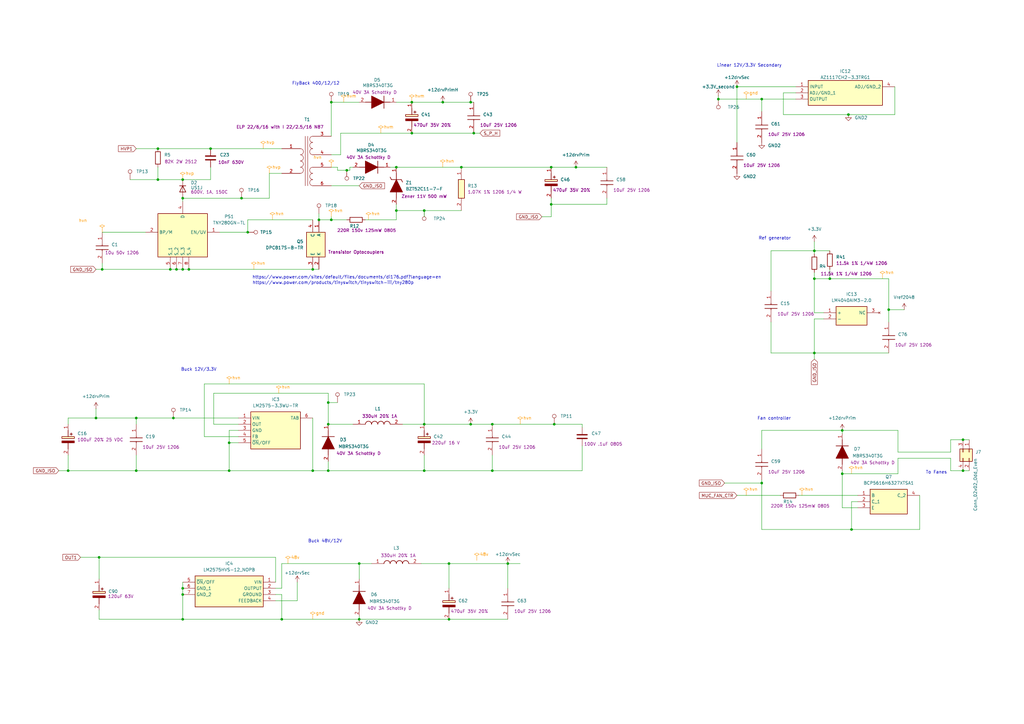
<source format=kicad_sch>
(kicad_sch (version 20250114) (generator "eeschema") (generator_version "9.0")
  (paper "A3")
  (title_block (title "LLC 400V/48V 1200W 100kHz") (date "2025-10-14") (rev "5") (company "Abdelaziz BOUZIANI"))
  (text "Buck 12V/3.3V" (at 81.534 151.638 0) (effects (font (size 1.27 1.27))))
  (text "To Fanes\n" (at 384.048 193.802 0) (effects (font (size 1.27 1.27))))
  (text "Buck 48V/12V" (at 133.35 221.996 0) (effects (font (size 1.27 1.27))))
  (text "https://www.power.com/sites/default/files/documents/di176.pdf?language=en" (at 142.24 113.792 0) (effects (font (size 1.27 1.27))))
  (text "Linear 12V/3.3V Secondary\n" (at 307.34 26.924 0) (effects (font (size 1.27 1.27))))
  (text "Fan controller" (at 317.5 171.704 0) (effects (font (size 1.27 1.27))))
  (text "https://www.power.com/products/tinyswitch/tinyswitch-iii/tny280p" (at 136.652 116.078 0) (effects (font (size 1.27 1.27))))
  (text "Ref generator" (at 317.754 97.79 0) (effects (font (size 1.27 1.27))))
  (text "FlyBack 400/12/12" (at 129.54 34.29 0) (effects (font (size 1.27 1.27))))
  (junction (at 93.98 181.61))
  (junction (at 74.93 110.49))
  (junction (at 168.91 41.91))
  (junction (at 208.28 231.14))
  (junction (at 128.27 193.04))
  (junction (at 394.97 193.04))
  (junction (at 77.47 110.49))
  (junction (at 226.06 68.58))
  (junction (at 74.93 243.84))
  (junction (at 64.77 73.66))
  (junction (at 128.27 110.49))
  (junction (at 302.26 35.56))
  (junction (at 101.6 95.25))
  (junction (at 349.25 217.17))
  (junction (at 201.93 193.04))
  (junction (at 39.37 171.45))
  (junction (at 130.81 90.17))
  (junction (at 334.01 102.87))
  (junction (at 142.24 69.85))
  (junction (at 147.32 231.14))
  (junction (at 181.61 41.91))
  (junction (at 347.98 46.99))
  (junction (at 74.93 254))
  (junction (at 134.62 173.99))
  (junction (at 201.93 173.99))
  (junction (at 162.56 86.36))
  (junction (at 236.22 68.58))
  (junction (at 74.93 81.28))
  (junction (at 71.12 171.45))
  (junction (at 189.23 68.58))
  (junction (at 173.99 86.36))
  (junction (at 194.31 54.61))
  (junction (at 134.62 193.04))
  (junction (at 345.44 176.53))
  (junction (at 173.99 193.04))
  (junction (at 72.39 110.49))
  (junction (at 364.49 127))
  (junction (at 40.64 228.6))
  (junction (at 334.01 144.78))
  (junction (at 99.06 81.28))
  (junction (at 193.04 173.99))
  (junction (at 184.15 231.14))
  (junction (at 86.36 60.96))
  (junction (at 394.97 180.34))
  (junction (at 147.32 254))
  (junction (at 334.01 114.3))
  (junction (at 93.98 193.04))
  (junction (at 69.85 110.49))
  (junction (at 226.06 83.82))
  (junction (at 312.42 40.64))
  (junction (at 173.99 173.99))
  (junction (at 55.88 171.45))
  (junction (at 74.93 73.66))
  (junction (at 162.56 68.58))
  (junction (at 193.04 41.91))
  (junction (at 74.93 241.3))
  (junction (at 345.44 194.31))
  (junction (at 41.91 110.49))
  (junction (at 294.64 40.64))
  (junction (at 27.94 193.04))
  (junction (at 340.36 114.3))
  (junction (at 134.62 165.1))
  (junction (at 135.89 41.91))
  (junction (at 312.42 198.12))
  (junction (at 168.91 54.61))
  (junction (at 55.88 193.04))
  (junction (at 227.33 173.99))
  (junction (at 115.57 254))
  (junction (at 64.77 60.96))
  (junction (at 184.15 254))
  (junction (at 135.89 90.17))
  (wire (pts (xy 147.32 231.14) (xy 147.32 237.49)))
  (wire (pts (xy 162.56 86.36) (xy 162.56 83.82)))
  (wire (pts (xy 312.42 198.12) (xy 297.18 198.12)))
  (wire (pts (xy 143.51 68.58) (xy 143.51 69.85)))
  (wire (pts (xy 248.92 83.82) (xy 226.06 83.82)))
  (wire (pts (xy 55.88 193.04) (xy 55.88 186.69)))
  (wire (pts (xy 93.98 176.53) (xy 97.79 176.53)))
  (wire (pts (xy 33.02 228.6) (xy 40.64 228.6)))
  (wire (pts (xy 86.36 68.58) (xy 86.36 73.66)))
  (wire (pts (xy 27.94 171.45) (xy 39.37 171.45)))
  (wire (pts (xy 87.63 161.29) (xy 134.62 161.29)))
  (wire (pts (xy 173.99 86.36) (xy 162.56 86.36)))
  (wire (pts (xy 55.88 171.45) (xy 55.88 173.99)))
  (wire (pts (xy 86.36 60.96) (xy 115.57 60.96)))
  (wire (pts (xy 312.42 196.85) (xy 312.42 198.12)))
  (wire (pts (xy 316.23 144.78) (xy 334.01 144.78)))
  (wire (pts (xy 397.51 180.34) (xy 394.97 180.34)))
  (wire (pts (xy 173.99 86.36) (xy 189.23 86.36)))
  (wire (pts (xy 201.93 193.04) (xy 201.93 186.69)))
  (wire (pts (xy 115.57 241.3) (xy 113.03 241.3)))
  (wire (pts (xy 55.88 60.96) (xy 64.77 60.96)))
  (wire (pts (xy 139.7 63.5) (xy 139.7 54.61)))
  (wire (pts (xy 368.3 187.96) (xy 389.89 187.96)))
  (wire (pts (xy 389.89 187.96) (xy 389.89 193.04)))
  (wire (pts (xy 334.01 144.78) (xy 334.01 147.32)))
  (wire (pts (xy 389.89 193.04) (xy 394.97 193.04)))
  (wire (pts (xy 134.62 189.23) (xy 134.62 193.04)))
  (wire (pts (xy 147.32 254) (xy 184.15 254)))
  (wire (pts (xy 334.01 102.87) (xy 334.01 104.14)))
  (wire (pts (xy 201.93 173.99) (xy 227.33 173.99)))
  (wire (pts (xy 248.92 81.28) (xy 248.92 83.82)))
  (wire (pts (xy 40.64 228.6) (xy 113.03 228.6)))
  (wire (pts (xy 135.89 41.91) (xy 147.32 41.91)))
  (wire (pts (xy 149.86 90.17) (xy 162.56 90.17)))
  (wire (pts (xy 184.15 254) (xy 208.28 254)))
  (wire (pts (xy 115.57 243.84) (xy 115.57 254)))
  (wire (pts (xy 74.93 243.84) (xy 74.93 254)))
  (wire (pts (xy 93.98 181.61) (xy 93.98 193.04)))
  (wire (pts (xy 316.23 132.08) (xy 316.23 144.78)))
  (wire (pts (xy 27.94 193.04) (xy 55.88 193.04)))
  (wire (pts (xy 143.51 68.58) (xy 144.78 68.58)))
  (wire (pts (xy 128.27 110.49) (xy 130.81 110.49)))
  (wire (pts (xy 173.99 88.9) (xy 173.99 86.36)))
  (wire (pts (xy 321.31 38.1) (xy 326.39 38.1)))
  (wire (pts (xy 101.6 90.17) (xy 101.6 95.25)))
  (wire (pts (xy 226.06 68.58) (xy 236.22 68.58)))
  (wire (pts (xy 138.43 69.85) (xy 138.43 68.58)))
  (wire (pts (xy 312.42 176.53) (xy 312.42 184.15)))
  (wire (pts (xy 115.57 241.3) (xy 115.57 231.14)))
  (wire (pts (xy 334.01 114.3) (xy 334.01 111.76)))
  (wire (pts (xy 41.91 95.25) (xy 59.69 95.25)))
  (wire (pts (xy 316.23 102.87) (xy 316.23 119.38)))
  (wire (pts (xy 312.42 217.17) (xy 349.25 217.17)))
  (wire (pts (xy 134.62 161.29) (xy 134.62 165.1)))
  (wire (pts (xy 130.81 90.17) (xy 135.89 90.17)))
  (wire (pts (xy 201.93 193.04) (xy 238.76 193.04)))
  (wire (pts (xy 162.56 86.36) (xy 162.56 90.17)))
  (wire (pts (xy 41.91 107.95) (xy 41.91 110.49)))
  (wire (pts (xy 312.42 176.53) (xy 345.44 176.53)))
  (wire (pts (xy 110.49 71.12) (xy 115.57 71.12)))
  (wire (pts (xy 74.93 81.28) (xy 74.93 82.55)))
  (wire (pts (xy 173.99 193.04) (xy 173.99 186.69)))
  (wire (pts (xy 364.49 127) (xy 370.84 127)))
  (wire (pts (xy 113.03 228.6) (xy 113.03 238.76)))
  (wire (pts (xy 226.06 88.9) (xy 226.06 83.82)))
  (wire (pts (xy 334.01 99.06) (xy 334.01 102.87)))
  (wire (pts (xy 83.82 179.07) (xy 97.79 179.07)))
  (wire (pts (xy 97.79 173.99) (xy 87.63 173.99)))
  (wire (pts (xy 349.25 217.17) (xy 377.19 217.17)))
  (wire (pts (xy 24.13 193.04) (xy 27.94 193.04)))
  (wire (pts (xy 64.77 73.66) (xy 64.77 68.58)))
  (wire (pts (xy 368.3 194.31) (xy 368.3 187.96)))
  (wire (pts (xy 334.01 130.81) (xy 334.01 144.78)))
  (wire (pts (xy 74.93 241.3) (xy 74.93 243.84)))
  (wire (pts (xy 113.03 246.38) (xy 121.92 246.38)))
  (wire (pts (xy 87.63 173.99) (xy 87.63 161.29)))
  (wire (pts (xy 294.64 40.64) (xy 312.42 40.64)))
  (wire (pts (xy 368.3 185.42) (xy 389.89 185.42)))
  (wire (pts (xy 345.44 208.28) (xy 351.79 208.28)))
  (wire (pts (xy 64.77 73.66) (xy 74.93 73.66)))
  (wire (pts (xy 69.85 110.49) (xy 72.39 110.49)))
  (wire (pts (xy 162.56 41.91) (xy 168.91 41.91)))
  (wire (pts (xy 302.26 35.56) (xy 302.26 58.42)))
  (wire (pts (xy 172.72 231.14) (xy 184.15 231.14)))
  (wire (pts (xy 368.3 176.53) (xy 368.3 185.42)))
  (wire (pts (xy 72.39 110.49) (xy 74.93 110.49)))
  (wire (pts (xy 168.91 54.61) (xy 194.31 54.61)))
  (wire (pts (xy 302.26 203.2) (xy 320.04 203.2)))
  (wire (pts (xy 101.6 90.17) (xy 128.27 90.17)))
  (wire (pts (xy 39.37 167.64) (xy 39.37 171.45)))
  (wire (pts (xy 55.88 193.04) (xy 93.98 193.04)))
  (wire (pts (xy 340.36 110.49) (xy 340.36 114.3)))
  (wire (pts (xy 238.76 175.26) (xy 238.76 173.99)))
  (wire (pts (xy 181.61 41.91) (xy 193.04 41.91)))
  (wire (pts (xy 135.89 41.91) (xy 135.89 55.88)))
  (wire (pts (xy 208.28 231.14) (xy 208.28 241.3)))
  (wire (pts (xy 184.15 231.14) (xy 184.15 241.3)))
  (wire (pts (xy 193.04 173.99) (xy 201.93 173.99)))
  (wire (pts (xy 99.06 81.28) (xy 110.49 81.28)))
  (wire (pts (xy 135.89 63.5) (xy 139.7 63.5)))
  (wire (pts (xy 110.49 71.12) (xy 110.49 81.28)))
  (wire (pts (xy 128.27 193.04) (xy 134.62 193.04)))
  (wire (pts (xy 227.33 173.99) (xy 238.76 173.99)))
  (wire (pts (xy 135.89 88.9) (xy 135.89 90.17)))
  (wire (pts (xy 173.99 157.48) (xy 173.99 173.99)))
  (wire (pts (xy 345.44 194.31) (xy 345.44 208.28)))
  (wire (pts (xy 173.99 193.04) (xy 201.93 193.04)))
  (wire (pts (xy 134.62 165.1) (xy 134.62 173.99)))
  (wire (pts (xy 93.98 193.04) (xy 128.27 193.04)))
  (wire (pts (xy 135.89 68.58) (xy 138.43 68.58)))
  (wire (pts (xy 128.27 171.45) (xy 128.27 193.04)))
  (wire (pts (xy 364.49 127) (xy 364.49 132.08)))
  (wire (pts (xy 236.22 68.58) (xy 248.92 68.58)))
  (wire (pts (xy 93.98 176.53) (xy 93.98 181.61)))
  (wire (pts (xy 83.82 157.48) (xy 173.99 157.48)))
  (wire (pts (xy 347.98 46.99) (xy 321.31 46.99)))
  (wire (pts (xy 327.66 203.2) (xy 351.79 203.2)))
  (wire (pts (xy 27.94 193.04) (xy 27.94 186.69)))
  (wire (pts (xy 143.51 69.85) (xy 142.24 69.85)))
  (wire (pts (xy 302.26 35.56) (xy 326.39 35.56)))
  (wire (pts (xy 334.01 114.3) (xy 334.01 128.27)))
  (wire (pts (xy 74.93 254) (xy 115.57 254)))
  (wire (pts (xy 147.32 231.14) (xy 152.4 231.14)))
  (wire (pts (xy 345.44 176.53) (xy 368.3 176.53)))
  (wire (pts (xy 389.89 180.34) (xy 389.89 185.42)))
  (wire (pts (xy 334.01 102.87) (xy 340.36 102.87)))
  (wire (pts (xy 134.62 165.1) (xy 138.43 165.1)))
  (wire (pts (xy 160.02 68.58) (xy 162.56 68.58)))
  (wire (pts (xy 115.57 231.14) (xy 147.32 231.14)))
  (wire (pts (xy 238.76 182.88) (xy 238.76 193.04)))
  (wire (pts (xy 53.34 73.66) (xy 64.77 73.66)))
  (wire (pts (xy 345.44 176.53) (xy 345.44 177.8)))
  (wire (pts (xy 74.93 73.66) (xy 86.36 73.66)))
  (wire (pts (xy 147.32 252.73) (xy 147.32 254)))
  (wire (pts (xy 64.77 60.96) (xy 86.36 60.96)))
  (wire (pts (xy 193.04 41.91) (xy 194.31 41.91)))
  (wire (pts (xy 226.06 83.82) (xy 226.06 81.28)))
  (wire (pts (xy 377.19 203.2) (xy 377.19 217.17)))
  (wire (pts (xy 340.36 114.3) (xy 364.49 114.3)))
  (wire (pts (xy 312.42 40.64) (xy 312.42 45.72)))
  (wire (pts (xy 337.82 128.27) (xy 334.01 128.27)))
  (wire (pts (xy 130.81 87.63) (xy 130.81 90.17)))
  (wire (pts (xy 165.1 173.99) (xy 173.99 173.99)))
  (wire (pts (xy 74.93 81.28) (xy 99.06 81.28)))
  (wire (pts (xy 312.42 40.64) (xy 326.39 40.64)))
  (wire (pts (xy 40.64 228.6) (xy 40.64 237.49)))
  (wire (pts (xy 208.28 231.14) (xy 213.36 231.14)))
  (wire (pts (xy 334.01 114.3) (xy 340.36 114.3)))
  (wire (pts (xy 115.57 254) (xy 147.32 254)))
  (wire (pts (xy 367.03 35.56) (xy 367.03 46.99)))
  (wire (pts (xy 142.24 69.85) (xy 138.43 69.85)))
  (wire (pts (xy 74.93 238.76) (xy 74.93 241.3)))
  (wire (pts (xy 77.47 110.49) (xy 128.27 110.49)))
  (wire (pts (xy 364.49 144.78) (xy 334.01 144.78)))
  (wire (pts (xy 222.25 88.9) (xy 226.06 88.9)))
  (wire (pts (xy 349.25 205.74) (xy 349.25 217.17)))
  (wire (pts (xy 334.01 102.87) (xy 316.23 102.87)))
  (wire (pts (xy 121.92 238.76) (xy 121.92 246.38)))
  (wire (pts (xy 135.89 90.17) (xy 142.24 90.17)))
  (wire (pts (xy 321.31 46.99) (xy 321.31 38.1)))
  (wire (pts (xy 394.97 180.34) (xy 389.89 180.34)))
  (wire (pts (xy 345.44 193.04) (xy 345.44 194.31)))
  (wire (pts (xy 71.12 171.45) (xy 55.88 171.45)))
  (wire (pts (xy 27.94 171.45) (xy 27.94 173.99)))
  (wire (pts (xy 39.37 171.45) (xy 55.88 171.45)))
  (wire (pts (xy 135.89 76.2) (xy 147.32 76.2)))
  (wire (pts (xy 97.79 171.45) (xy 71.12 171.45)))
  (wire (pts (xy 39.37 110.49) (xy 41.91 110.49)))
  (wire (pts (xy 40.64 254) (xy 74.93 254)))
  (wire (pts (xy 74.93 110.49) (xy 77.47 110.49)))
  (wire (pts (xy 168.91 41.91) (xy 181.61 41.91)))
  (wire (pts (xy 101.6 95.25) (xy 90.17 95.25)))
  (wire (pts (xy 184.15 231.14) (xy 208.28 231.14)))
  (wire (pts (xy 40.64 250.19) (xy 40.64 254)))
  (wire (pts (xy 334.01 130.81) (xy 337.82 130.81)))
  (wire (pts (xy 139.7 54.61) (xy 168.91 54.61)))
  (wire (pts (xy 113.03 243.84) (xy 115.57 243.84)))
  (wire (pts (xy 173.99 173.99) (xy 193.04 173.99)))
  (wire (pts (xy 83.82 157.48) (xy 83.82 179.07)))
  (wire (pts (xy 312.42 198.12) (xy 312.42 217.17)))
  (wire (pts (xy 41.91 110.49) (xy 69.85 110.49)))
  (wire (pts (xy 294.64 40.64) (xy 294.64 39.37)))
  (wire (pts (xy 134.62 173.99) (xy 144.78 173.99)))
  (wire (pts (xy 364.49 114.3) (xy 364.49 127)))
  (wire (pts (xy 349.25 205.74) (xy 351.79 205.74)))
  (wire (pts (xy 189.23 68.58) (xy 226.06 68.58)))
  (wire (pts (xy 367.03 46.99) (xy 347.98 46.99)))
  (wire (pts (xy 194.31 54.61) (xy 196.85 54.61)))
  (wire (pts (xy 345.44 194.31) (xy 368.3 194.31)))
  (wire (pts (xy 394.97 193.04) (xy 397.51 193.04)))
  (wire (pts (xy 93.98 181.61) (xy 97.79 181.61)))
  (wire (pts (xy 162.56 68.58) (xy 189.23 68.58)))
  (wire (pts (xy 134.62 193.04) (xy 173.99 193.04)))
  (global_label "OUT1" (shape input) (at 33.02 228.6 180) (property "Intersheetrefs" "${INTERSHEET_REFS}" (effects (hide yes))))
  (global_label "HVP1" (shape input) (at 55.88 60.96 180) (property "Intersheetrefs" "${INTERSHEET_REFS}" (effects (hide yes))))
  (global_label "MUC_FAN_CTR" (shape input) (at 302.26 203.2 180) (property "Intersheetrefs" "${INTERSHEET_REFS}" (effects (hide yes))))
  (global_label "GND_ISO" (shape input) (at 297.18 198.12 180) (property "Intersheetrefs" "${INTERSHEET_REFS}" (effects (hide yes))))
  (global_label "GND_ISO" (shape input) (at 24.13 193.04 180) (property "Intersheetrefs" "${INTERSHEET_REFS}" (effects (hide yes))))
  (global_label "GND_ISO" (shape input) (at 222.25 88.9 180) (property "Intersheetrefs" "${INTERSHEET_REFS}" (effects (hide yes))))
  (global_label "GND_ISO" (shape input) (at 334.01 147.32 270) (property "Intersheetrefs" "${INTERSHEET_REFS}" (effects (hide yes))))
  (global_label "S_P_H" (shape input) (at 196.85 54.61 0) (property "Intersheetrefs" "${INTERSHEET_REFS}" (effects (hide yes))))
  (global_label "GND_ISO" (shape input) (at 39.37 110.49 180) (property "Intersheetrefs" "${INTERSHEET_REFS}" (effects (hide yes))))
  (global_label "GND_ISO" (shape input) (at 147.32 76.2 0) (property "Intersheetrefs" "${INTERSHEET_REFS}" (effects (hide yes))))
  (netclass_flag "" (length 2.54) (shape diamond) (at 128.27 254 0) (property "Netclass" "gnd" (at 129.4765 251.46 0) (effects (justify left))))
  (netclass_flag "" (length 2.54) (shape diamond) (at 118.11 231.14 0) (property "Netclass" "48v" (at 119.3165 228.6 0) (effects (justify left))))
  (netclass_flag "" (length 2.54) (shape diamond) (at 104.14 110.49 0) (property "Netclass" "hvn" (at 105.3465 107.95 0) (effects (justify left))))
  (netclass_flag "" (length 2.54) (shape diamond) (at 361.95 114.3 0) (property "Netclass" "hvn" (at 363.1565 111.76 0) (effects (justify left))))
  (netclass_flag "" (length 2.54) (shape diamond) (at 156.21 54.61 0) (property "Netclass" "hvm" (at 157.4165 52.07 0) (effects (justify left))))
  (netclass_flag "" (length 2.54) (shape diamond) (at 306.07 203.2 0) (property "Netclass" "hvn" (at 307.2765 200.66 0) (effects (justify left))))
  (netclass_flag "" (length 2.54) (shape diamond) (at 107.95 60.96 0) (property "Netclass" "hvp" (at 109.1565 58.42 0) (effects (justify left))))
  (netclass_flag "" (length 2.54) (shape diamond) (at 306.07 40.64 0) (property "Netclass" "gnd" (at 307.2765 38.1 0) (effects (justify left))))
  (netclass_flag "" (length 2.54) (shape diamond) (at 114.3 161.29 0) (property "Netclass" "hvn" (at 115.5065 158.75 0) (effects (justify left))))
  (netclass_flag "" (length 2.54) (shape diamond) (at 168.91 41.91 0) (property "Netclass" "hvm" (at 170.1165 39.37 0) (effects (justify left))))
  (netclass_flag "" (length 2.54) (shape diamond) (at 93.98 157.48 0) (property "Netclass" "hvn" (at 95.1865 154.94 0) (effects (justify left))))
  (netclass_flag "" (length 2.54) (shape diamond) (at 213.36 173.99 0) (property "Netclass" "hvn" (at 214.5665 171.45 0) (effects (justify left))))
  (netclass_flag "" (length 2.54) (shape diamond) (at 135.89 88.9 0) (property "Netclass" "hvn" (at 137.0965 86.36 0) (effects (justify left))))
  (netclass_flag "" (length 2.54) (shape diamond) (at 140.97 41.91 0) (property "Netclass" "hvm" (at 142.1765 39.37 0) (effects (justify left))))
  (netclass_flag "" (length 2.54) (shape diamond) (at 74.93 73.66 0) (property "Netclass" "hvp" (at 76.1365 71.12 0) (effects (justify left))))
  (netclass_flag "" (length 2.54) (shape diamond) (at 151.13 90.17 0) (property "Netclass" "hvn" (at 152.3365 87.63 0) (effects (justify left))))
  (netclass_flag "" (length 2.54) (shape diamond) (at 349.25 194.31 0) (property "Netclass" "hvn" (at 350.4565 191.77 0) (effects (justify left))))
  (netclass_flag "" (length 2.54) (shape diamond) (at 328.93 203.2 0) (property "Netclass" "hvn" (at 330.1365 200.66 0) (effects (justify left))))
  (netclass_flag "" (length 2.54) (shape diamond) (at 41.91 95.25 0) (property "Netclass" "hvn" (at 32.258 90.424 0) (effects (justify left))))
  (netclass_flag "" (length 2.54) (shape diamond) (at 181.61 68.58 0) (property "Netclass" "hvn" (at 182.8165 66.04 0) (effects (justify left))))
  (netclass_flag "" (length 2.54) (shape diamond) (at 111.76 90.17 0) (property "Netclass" "hvn" (at 112.9665 87.63 0) (effects (justify left))))
  (netclass_flag "" (length 2.54) (shape diamond) (at 135.89 68.58 0) (property "Netclass" "hvn" (at 128.524 64.516 0) (effects (justify left))))
  (netclass_flag "" (length 2.54) (shape diamond) (at 195.58 229.87 0) (property "Netclass" "48v" (at 196.7865 227.33 0) (effects (justify left))))
  (netclass_flag "" (length 2.54) (shape diamond) (at 110.49 71.12 0) (property "Netclass" "hvp" (at 111.6965 68.58 0) (effects (justify left))))
  (symbol (lib_id "power:GND2") (at 147.32 254 0) (unit 1)
    (property "Reference" "#PWR030" (effects (hide yes)))
    (property "Value" "GND2" (at 149.86 255.2699 0) (effects (justify left)))
    (property "Description" "Power symbol creates a global label with name \"GND2\" , ground" (effects (hide yes)))
  )
  (symbol (lib_id "Connector:TestPoint") (at 227.33 173.99 0) (unit 1)
    (property "Reference" "TP11" (at 229.87 170.6879 0) (effects (justify left)))
    (property "Value" "TestPoint" (effects (hide yes)))
    (property "Footprint" "TestPoint:TestPoint_Pad_D1.0mm" (effects (hide yes)))
    (property "Description" "test point" (effects (hide yes)))
  )
  (symbol (lib_id "AZ1117CH2-3_3TRG1:AZ1117CH2-3.3TRG1") (at 326.39 35.56 0) (unit 1)
    (property "Reference" "IC12" (at 346.71 29.21 0))
    (property "Value" "AZ1117CH2-3.3TRG1" (at 346.71 31.75 0))
    (property "Footprint" "SOT230P700X180-4N" (effects (hide yes)))
    (property "Datasheet" "https://www.diodes.com//assets/Datasheets/AZ1117C.pdf" (effects (hide yes)))
    (property "Description" "LDO Voltage Regulators LDO BJT HiCurr SOT223 T&R 4K" (effects (hide yes)))
    (property "Height" "1.8" (effects (hide yes)))
    (property "Mouser Part Number" "621-AZ1117CH2-33TRG1" (effects (hide yes)))
    (property "Mouser Price/Stock" "https://www.mouser.co.uk/ProductDetail/Diodes-Incorporated/AZ1117CH2-3.3TRG1?qs=lQAVKuKFhkLc7jCxso2G3w%3D%3D" (effects (hide yes)))
    (property "Manufacturer_Name" "Diodes Incorporated" (effects (hide yes)))
    (property "Manufacturer_Part_Number" "AZ1117CH2-3.3TRG1" (effects (hide yes)))
  )
  (symbol (lib_id "power:+5V") (at 193.04 173.99 0) (unit 1)
    (property "Reference" "#PWR019" (effects (hide yes)))
    (property "Value" "+3.3V" (at 193.04 168.91 0))
    (property "Description" "Power symbol creates a global label with name \"+5V\"" (effects (hide yes)))
  )
  (symbol (lib_id "BZT52C11-7-F:BZT52C11-7-F") (at 162.56 68.58 270) (unit 1)
    (property "Reference" "Z1" (at 166.37 74.9299 90) (effects (justify left)))
    (property "Value" "BZT52C11-7-F" (at 166.37 77.4699 90) (effects (justify left)))
    (property "Footprint" "BZT52C11-7-F:SOD3716X145N" (effects (hide yes)))
    (property "Datasheet" "https://www.diodes.com//assets/Datasheets/ds18004.pdf" (effects (hide yes)))
    (property "Description" "Zener 11V 500 mW" (at 173.99 80.518 90))
    (property "Height" "1.45" (effects (hide yes)))
    (property "Mouser Part Number" "621-BZT52C11-F" (effects (hide yes)))
    (property "Mouser Price/Stock" "https://www.mouser.co.uk/ProductDetail/Diodes-Incorporated/BZT52C11-7-F?qs=NCeJV9s1cFlH%2FmA72UzX4g%3D%3D" (effects (hide yes)))
    (property "Manufacturer_Name" "Diodes Incorporated" (effects (hide yes)))
    (property "Manufacturer_Part_Number" "BZT52C11-7-F" (effects (hide yes)))
  )
  (symbol (lib_id "LM4040AIM3-10_0_NOPB:LM4040AIM3-10.0_NOPB") (at 337.82 128.27 0) (unit 1)
    (property "Reference" "IC13" (at 349.25 120.65 0))
    (property "Value" "LM4040AIM3-2.0" (at 349.25 123.19 0))
    (property "Footprint" "LM4040AIM3-10.0_NOPB:SOT95P237X112-3N" (effects (hide yes)))
    (property "Datasheet" "https://www.ti.com/lit/ds/symlink/lm4040c25-ep.pdf?ts=1759651217948&ref_url=https%253A%252F%252Fwww.ti.com%252Fproduct%252FLM4040C25-EP%253Futm_source%253Dgoogle%2526utm_medium%253Dcpc%2526utm_campaign%253Dapp-lp-null-44700045336317554_prodfolderdynamic-cpc-pf-google-eu_en_int%2526utm_content%253Dprodfolddynamic%2526ds_k%253DDYNAMIC+SEARCH+ADS%2526DCM%253Dyes%2526gclsrc%253Daw.ds%2526gad_source%253D1%2526gad_campaignid%253D8849308695" (effects (hide yes)))
    (property "Description" "PRECISION MICROPOWER SHUNT VOLTAGE REFERENCE 2.5v" (effects (hide yes)))
    (property "Manufacturer_Name" "Texas Instruments" (effects (hide yes)))
  )
  (symbol (lib_id "GRM31CR71E106KA12K:GRM31CR71E106KA12K") (at 194.31 41.91 270) (unit 1)
    (property "Reference" "C43" (at 198.12 46.9899 90) (effects (justify left)))
    (property "Value" "GRM31CR71E106KA12K" (effects (hide yes)))
    (property "Footprint" "GRM31CR71E106KA12K:GRM31x" (effects (hide yes)))
    (property "Datasheet" "https://search.murata.co.jp/Ceramy/image/img/A01X/G101/ENG/GRM31CR71E106KA12-01CA.pdf" (effects (hide yes)))
    (property "Description" "10uF 25V 1206" (at 204.47 51.308 90))
    (property "Height" "1.25" (effects (hide yes)))
    (property "Mouser Part Number" "81-GRM31CR71E106KA2K" (effects (hide yes)))
    (property "Mouser Price/Stock" "https://www.mouser.co.uk/ProductDetail/Murata-Electronics/GRM31CR71E106KA12K?qs=raY79WRVTyM6xGVExNjdaw%3D%3D" (effects (hide yes)))
    (property "Manufacturer_Name" "Murata Electronics" (effects (hide yes)))
    (property "Manufacturer_Part_Number" "GRM31CR71E106KA12K" (effects (hide yes)))
  )
  (symbol (lib_id "Connector:TestPoint") (at 142.24 69.85 0) (mirror x) (unit 1)
    (property "Reference" "TP22" (at 144.78 73.1521 0) (effects (justify left)))
    (property "Value" "TestPoint" (effects (hide yes)))
    (property "Footprint" "TestPoint:TestPoint_Pad_D1.0mm" (effects (hide yes)))
    (property "Description" "test point" (effects (hide yes)))
  )
  (symbol (lib_id "GRM31CR71E106KA12K:GRM31CR71E106KA12K") (at 302.26 58.42 270) (unit 1)
    (property "Reference" "C60" (at 306.07 63.4999 90) (effects (justify left)))
    (property "Value" "GRM31CR71E106KA12K" (effects (hide yes)))
    (property "Footprint" "GRM31CR71E106KA12K:GRM31x" (effects (hide yes)))
    (property "Datasheet" "https://search.murata.co.jp/Ceramy/image/img/A01X/G101/ENG/GRM31CR71E106KA12-01CA.pdf" (effects (hide yes)))
    (property "Description" "10uF 25V 1206" (at 312.42 67.818 90))
    (property "Height" "1.25" (effects (hide yes)))
    (property "Mouser Part Number" "81-GRM31CR71E106KA2K" (effects (hide yes)))
    (property "Mouser Price/Stock" "https://www.mouser.co.uk/ProductDetail/Murata-Electronics/GRM31CR71E106KA12K?qs=raY79WRVTyM6xGVExNjdaw%3D%3D" (effects (hide yes)))
    (property "Manufacturer_Name" "Murata Electronics" (effects (hide yes)))
    (property "Manufacturer_Part_Number" "GRM31CR71E106KA12K" (effects (hide yes)))
  )
  (symbol (lib_id "GRM31CR71E106KA12K:GRM31CR71E106KA12K") (at 312.42 45.72 270) (unit 1)
    (property "Reference" "C61" (at 316.23 50.7999 90) (effects (justify left)))
    (property "Value" "GRM31CR71E106KA12K" (effects (hide yes)))
    (property "Footprint" "Capacitor_SMD:C_1206_3216Metric_Pad1.33x1.80mm_HandSolder" (effects (hide yes)))
    (property "Datasheet" "https://search.murata.co.jp/Ceramy/image/img/A01X/G101/ENG/GRM31CR71E106KA12-01CA.pdf" (effects (hide yes)))
    (property "Description" "10uF 25V 1206" (at 322.58 55.118 90))
    (property "Height" "1.25" (effects (hide yes)))
    (property "Mouser Part Number" "81-GRM31CR71E106KA2K" (effects (hide yes)))
    (property "Mouser Price/Stock" "https://www.mouser.co.uk/ProductDetail/Murata-Electronics/GRM31CR71E106KA12K?qs=raY79WRVTyM6xGVExNjdaw%3D%3D" (effects (hide yes)))
    (property "Manufacturer_Name" "Murata Electronics" (effects (hide yes)))
    (property "Manufacturer_Part_Number" "GRM31CR71E106KA12K" (effects (hide yes)))
  )
  (symbol (lib_id "EEV-FK1V471Q:EEV-FK1V471Q") (at 168.91 41.91 270) (unit 1)
    (property "Reference" "C41" (at 172.72 46.9899 90) (effects (justify left)))
    (property "Value" "EEV-FK1V471Q" (effects (hide yes)))
    (property "Footprint" "EEV-FK1V471Q:EEEFK0J332AQ" (effects (hide yes)))
    (property "Datasheet" "http://industrial.panasonic.com/cdbs/www-data/pdf/RDE0000/ABA0000C1181.pdf" (effects (hide yes)))
    (property "Description" "470uF 35V 20%" (at 177.292 51.308 90))
    (property "Height" "15" (effects (hide yes)))
    (property "Mouser Part Number" "667-EEV-FK1V471Q" (effects (hide yes)))
    (property "Mouser Price/Stock" "https://www.mouser.co.uk/ProductDetail/Panasonic/EEV-FK1V471Q?qs=f%252BPvLx1Hi0nmPvz1q5bc1Q%3D%3D" (effects (hide yes)))
    (property "Manufacturer_Name" "Panasonic" (effects (hide yes)))
    (property "Manufacturer_Part_Number" "EEV-FK1V471Q" (effects (hide yes)))
    (property "Field10" "Cap Aluminum Lytic 470uF 35V 20% (12.5 X 13.5mm) SMD 0.06 Ohm 1100mA 2000h 105C Automotive T/R" (effects (hide yes)))
  )
  (symbol (lib_id "MBRS340T3G:MBRS340T3G") (at 345.44 177.8 90) (mirror x) (unit 1)
    (property "Reference" "D7" (at 351.536 184.15 90))
    (property "Value" "MBRS340T3G" (at 355.854 186.944 90))
    (property "Footprint" "MBRS340T3G:DIOM8059X261N" (effects (hide yes)))
    (property "Datasheet" "https://www.onsemi.com/pub/Collateral/MBRS340T3-D.PDF" (effects (hide yes)))
    (property "Description" "40V 3A Schottky D" (at 357.886 189.738 90))
    (property "Height" "2.61" (effects (hide yes)))
    (property "Mouser Part Number" "863-MBRS340T3G" (effects (hide yes)))
    (property "Mouser Price/Stock" "https://www.mouser.co.uk/ProductDetail/onsemi/MBRS340T3G?qs=3JMERSakeboCr3wxBgfY3w%3D%3D" (effects (hide yes)))
    (property "Manufacturer_Name" "onsemi" (effects (hide yes)))
    (property "Manufacturer_Part_Number" "MBRS340T3G" (effects (hide yes)))
  )
  (symbol (lib_id "Connector:TestPoint") (at 138.43 165.1 0) (unit 1)
    (property "Reference" "TP23" (at 140.97 161.7979 0) (effects (justify left)))
    (property "Value" "TestPoint" (effects (hide yes)))
    (property "Footprint" "TestPoint:TestPoint_Pad_D1.0mm" (effects (hide yes)))
    (property "Description" "test point" (effects (hide yes)))
  )
  (symbol (lib_id "Connector_Generic:Conn_02x02_Odd_Even") (at 397.51 185.42 270) (unit 1)
    (property "Reference" "J7" (at 400.05 185.4199 90) (effects (justify left)))
    (property "Value" "Conn_02x02_Odd_Even" (at 400.05 187.9599 0) (effects (justify left)))
    (property "Footprint" "Connector_PinHeader_2.54mm:PinHeader_2x02_P2.54mm_Vertical_SMD" (effects (hide yes)))
    (property "Description" "Generic connector, double row, 02x02, odd/even pin numbering scheme (row 1 odd numbers, row 2 even numbers), script generated (kicad-library-utils/schlib/autogen/connector/)" (effects (hide yes)))
  )
  (symbol (lib_id "Connector:TestPoint") (at 99.06 81.28 0) (unit 1)
    (property "Reference" "TP16" (at 101.6 77.9779 0) (effects (justify left)))
    (property "Value" "TestPoint" (effects (hide yes)))
    (property "Footprint" "TestPoint:TestPoint_Pad_D1.0mm" (effects (hide yes)))
    (property "Description" "test point" (effects (hide yes)))
  )
  (symbol (lib_id "Device:R") (at 64.77 64.77 0) (unit 1)
    (property "Reference" "R5" (at 67.31 63.4999 0) (effects (justify left)))
    (property "Value" "9-2176070-5" (effects (hide yes)))
    (property "Footprint" "Resistor_SMD:R_2512_6332Metric" (effects (hide yes)))
    (property "Datasheet" "https://www.te.com/commerce/DocumentDelivery/DDEController?Action=srchrtrv&DocNm=2176070&DocType=Customer+Drawing&DocLang=English&PartCntxt=9-2176070-5&DocFormat=pdf" (effects (hide yes)))
    (property "Description" "82K 2W 2512" (at 74.168 66.294 0))
    (property "Mouser Part Number" "9-2176070-5" (effects (hide yes)))
    (property "Manufacturer_Name" "TE Connectivity / P&B" (effects (hide yes)))
    (property "Manufacturer_Part_Number " "571-9-2176070-5" (effects (hide yes)))
  )
  (symbol (lib_id "GRM31CR71E106KA12K:GRM31CR71E106KA12K") (at 201.93 173.99 270) (unit 1)
    (property "Reference" "C44" (at 205.74 179.0699 90) (effects (justify left)))
    (property "Value" "GRM31CR71E106KA12K" (effects (hide yes)))
    (property "Footprint" "GRM31CR71E106KA12K:GRM31x" (effects (hide yes)))
    (property "Datasheet" "https://search.murata.co.jp/Ceramy/image/img/A01X/G101/ENG/GRM31CR71E106KA12-01CA.pdf" (effects (hide yes)))
    (property "Description" "10uF 25V 1206" (at 212.09 183.388 90))
    (property "Height" "1.25" (effects (hide yes)))
    (property "Mouser Part Number" "81-GRM31CR71E106KA2K" (effects (hide yes)))
    (property "Mouser Price/Stock" "https://www.mouser.co.uk/ProductDetail/Murata-Electronics/GRM31CR71E106KA12K?qs=raY79WRVTyM6xGVExNjdaw%3D%3D" (effects (hide yes)))
    (property "Manufacturer_Name" "Murata Electronics" (effects (hide yes)))
    (property "Manufacturer_Part_Number" "GRM31CR71E106KA12K" (effects (hide yes)))
  )
  (symbol (lib_id "GRM31CR71E106KA12K:GRM31CR71E106KA12K") (at 316.23 119.38 270) (unit 1)
    (property "Reference" "C15" (at 320.04 124.4599 90) (effects (justify left)))
    (property "Value" "GRM31CR71E106KA12K" (effects (hide yes)))
    (property "Footprint" "GRM31CR71E106KA12K:GRM31x" (effects (hide yes)))
    (property "Datasheet" "https://search.murata.co.jp/Ceramy/image/img/A01X/G101/ENG/GRM31CR71E106KA12-01CA.pdf" (effects (hide yes)))
    (property "Description" "10uF 25V 1206" (at 326.39 128.778 90))
    (property "Height" "1.25" (effects (hide yes)))
    (property "Mouser Part Number" "81-GRM31CR71E106KA2K" (effects (hide yes)))
    (property "Mouser Price/Stock" "https://www.mouser.co.uk/ProductDetail/Murata-Electronics/GRM31CR71E106KA12K?qs=raY79WRVTyM6xGVExNjdaw%3D%3D" (effects (hide yes)))
    (property "Manufacturer_Name" "Murata Electronics" (effects (hide yes)))
    (property "Manufacturer_Part_Number" "GRM31CR71E106KA12K" (effects (hide yes)))
  )
  (symbol (lib_id "EEV-FK1V471Q:EEV-FK1V471Q") (at 184.15 241.3 270) (unit 1)
    (property "Reference" "C62" (at 187.96 246.3799 90) (effects (justify left)))
    (property "Value" "EEV-FK1V471Q" (effects (hide yes)))
    (property "Footprint" "EEV-FK1V471Q:EEEFK0J332AQ" (effects (hide yes)))
    (property "Datasheet" "http://industrial.panasonic.com/cdbs/www-data/pdf/RDE0000/ABA0000C1181.pdf" (effects (hide yes)))
    (property "Description" "470uF 35V 20%" (at 192.532 250.698 90))
    (property "Height" "15" (effects (hide yes)))
    (property "Mouser Part Number" "667-EEV-FK1V471Q" (effects (hide yes)))
    (property "Mouser Price/Stock" "https://www.mouser.co.uk/ProductDetail/Panasonic/EEV-FK1V471Q?qs=f%252BPvLx1Hi0nmPvz1q5bc1Q%3D%3D" (effects (hide yes)))
    (property "Manufacturer_Name" "Panasonic" (effects (hide yes)))
    (property "Manufacturer_Part_Number" "EEV-FK1V471Q" (effects (hide yes)))
    (property "Field10" "Cap Aluminum Lytic 470uF 35V 20% (12.5 X 13.5mm) SMD 0.06 Ohm 1100mA 2000h 105C Automotive T/R" (effects (hide yes)))
  )
  (symbol (lib_id "power:GND2") (at 347.98 46.99 0) (unit 1)
    (property "Reference" "#PWR038" (effects (hide yes)))
    (property "Value" "GND2" (at 350.52 48.2599 0) (effects (justify left)))
    (property "Description" "Power symbol creates a global label with name \"GND2\" , ground" (effects (hide yes)))
  )
  (symbol (lib_id "power:+12V") (at 39.37 167.64 0) (unit 1)
    (property "Reference" "#PWR04" (effects (hide yes)))
    (property "Value" "+12drvPrim" (at 39.37 162.56 0))
    (property "Description" "Power symbol creates a global label with name \"+12V\"" (effects (hide yes)))
  )
  (symbol (lib_id "power:+12V") (at 208.28 231.14 0) (unit 1)
    (property "Reference" "#PWR041" (effects (hide yes)))
    (property "Value" "+12drvSec" (at 208.28 227.33 0))
    (property "Description" "Power symbol creates a global label with name \"+12V\"" (effects (hide yes)))
  )
  (symbol (lib_id "power:+12V") (at 121.92 238.76 0) (unit 1)
    (property "Reference" "#PWR022" (effects (hide yes)))
    (property "Value" "+12drvSec" (at 121.92 234.95 0))
    (property "Description" "Power symbol creates a global label with name \"+12V\"" (effects (hide yes)))
  )
  (symbol (lib_id "power:GND2") (at 302.26 71.12 0) (unit 1)
    (property "Reference" "#PWR029" (effects (hide yes)))
    (property "Value" "GND2" (at 304.8 72.3899 0) (effects (justify left)))
    (property "Description" "Power symbol creates a global label with name \"GND2\" , ground" (effects (hide yes)))
  )
  (symbol (lib_id "Device:C") (at 238.76 179.07 0) (unit 1)
    (property "Reference" "C47" (at 242.57 177.7999 0) (effects (justify left)))
    (property "Value" "SH21B104K101CT" (effects (hide yes)))
    (property "Footprint" "Capacitor_SMD:C_0805_2012Metric" (effects (hide yes)))
    (property "Datasheet" "https://www.mouser.fr/datasheet/3/317/1/WTC_MLCC_Soft_term_SH.pdf" (effects (hide yes)))
    (property "Description" "100V .1uF 0805" (at 247.396 182.118 0))
    (property "Manufacturer_Name" "Walsin" (effects (hide yes)))
    (property "Manufacturer_Part_Number " "SH21B104K101CT" (effects (hide yes)))
    (property "Mouser Part Number" "791-SH21B104K101CT" (effects (hide yes)))
  )
  (symbol (lib_id "power:+5V") (at 294.64 39.37 0) (unit 1)
    (property "Reference" "#PWR024" (effects (hide yes)))
    (property "Value" "+3.3V_second" (at 294.64 35.56 0))
    (property "Description" "Power symbol creates a global label with name \"+5V\"" (effects (hide yes)))
  )
  (symbol (lib_id "Connector:TestPoint") (at 53.34 73.66 0) (unit 1)
    (property "Reference" "TP13" (at 55.88 70.3579 0) (effects (justify left)))
    (property "Value" "TestPoint" (effects (hide yes)))
    (property "Footprint" "TestPoint:TestPoint_Pad_D1.0mm" (effects (hide yes)))
    (property "Description" "test point" (effects (hide yes)))
  )
  (symbol (lib_id "Connector:TestPoint") (at 130.81 87.63 0) (unit 1)
    (property "Reference" "TP18" (at 133.35 84.3279 0) (effects (justify left)))
    (property "Value" "TestPoint" (effects (hide yes)))
    (property "Footprint" "TestPoint:TestPoint_Pad_D1.0mm" (effects (hide yes)))
    (property "Description" "test point" (effects (hide yes)))
  )
  (symbol (lib_id "EEV-FK1V471Q:EEV-FK1V471Q") (at 226.06 68.58 270) (unit 1)
    (property "Reference" "C46" (at 229.87 73.6599 90) (effects (justify left)))
    (property "Value" "EEV-FK1V471Q" (effects (hide yes)))
    (property "Footprint" "EEV-FK1V471Q:EEEFK0J332AQ" (effects (hide yes)))
    (property "Datasheet" "http://industrial.panasonic.com/cdbs/www-data/pdf/RDE0000/ABA0000C1181.pdf" (effects (hide yes)))
    (property "Description" "470uF 35V 20%" (at 234.442 77.978 90))
    (property "Height" "15" (effects (hide yes)))
    (property "Mouser Part Number" "667-EEV-FK1V471Q" (effects (hide yes)))
    (property "Mouser Price/Stock" "https://www.mouser.co.uk/ProductDetail/Panasonic/EEV-FK1V471Q?qs=f%252BPvLx1Hi0nmPvz1q5bc1Q%3D%3D" (effects (hide yes)))
    (property "Manufacturer_Name" "Panasonic" (effects (hide yes)))
    (property "Manufacturer_Part_Number" "EEV-FK1V471Q" (effects (hide yes)))
    (property "Field10" "Cap Aluminum Lytic 470uF 35V 20% (12.5 X 13.5mm) SMD 0.06 Ohm 1100mA 2000h 105C Automotive T/R" (effects (hide yes)))
  )
  (symbol (lib_id "GRM31CR71E106KA12K:GRM31CR71E106KA12K") (at 312.42 184.15 270) (unit 1)
    (property "Reference" "C59" (at 316.23 189.2299 90) (effects (justify left)))
    (property "Value" "GRM31CR71E106KA12K" (effects (hide yes)))
    (property "Footprint" "GRM31CR71E106KA12K:GRM31x" (effects (hide yes)))
    (property "Datasheet" "https://search.murata.co.jp/Ceramy/image/img/A01X/G101/ENG/GRM31CR71E106KA12-01CA.pdf" (effects (hide yes)))
    (property "Description" "10uF 25V 1206" (at 322.58 193.548 90))
    (property "Height" "1.25" (effects (hide yes)))
    (property "Mouser Part Number" "81-GRM31CR71E106KA2K" (effects (hide yes)))
    (property "Mouser Price/Stock" "https://www.mouser.co.uk/ProductDetail/Murata-Electronics/GRM31CR71E106KA12K?qs=raY79WRVTyM6xGVExNjdaw%3D%3D" (effects (hide yes)))
    (property "Manufacturer_Name" "Murata Electronics" (effects (hide yes)))
    (property "Manufacturer_Part_Number" "GRM31CR71E106KA12K" (effects (hide yes)))
  )
  (symbol (lib_id "Connector:TestPoint") (at 71.12 171.45 0) (unit 1)
    (property "Reference" "TP14" (at 73.66 168.1479 0) (effects (justify left)))
    (property "Value" "TestPoint" (effects (hide yes)))
    (property "Footprint" "TestPoint:TestPoint_Pad_D1.0mm" (effects (hide yes)))
    (property "Description" "test point" (effects (hide yes)))
  )
  (symbol (lib_id "A768EB107M1ELAS036:A768EB107M1ELAS036") (at 27.94 172.72 270) (unit 1)
    (property "Reference" "C16" (at 31.75 177.7999 90) (effects (justify left)))
    (property "Value" "A768EB107M1ELAS036" (effects (hide yes)))
    (property "Footprint" "A768EB107M1ELAS036:CAPAE660X600N" (effects (hide yes)))
    (property "Datasheet" "https://content.kemet.com/datasheets/KEM_A4088_A768.pdf" (effects (hide yes)))
    (property "Description" "100uF 20% 25 VDC" (at 41.148 180.34 90))
    (property "Height" "6" (effects (hide yes)))
    (property "Mouser Part Number" "80-A768EB107M1ELAS36" (effects (hide yes)))
    (property "Mouser Price/Stock" "https://www.mouser.co.uk/ProductDetail/KEMET/A768EB107M1ELAS036?qs=DuoOggApuK8GRda2HhTQFg%3D%3D" (effects (hide yes)))
    (property "Manufacturer_Name" "KEMET" (effects (hide yes)))
    (property "Manufacturer_Part_Number" "A768EB107M1ELAS036" (effects (hide yes)))
    (property "Field10" "A768, Aluminum, Polymer Aluminum, 100 uF, 20%, 25 VDC, -55/+125C, 125C, -55C, 125C, 2,000 Hrs, 36 mOhms, 500 uA, 6.3mm, 5.7mm, 1000" (effects (hide yes)))
  )
  (symbol (lib_id "power:+3V0") (at 370.84 127 0) (unit 1)
    (property "Reference" "#PWR052" (effects (hide yes)))
    (property "Value" "Vref2048" (at 370.84 121.92 0))
    (property "Description" "Power symbol creates a global label with name \"+3V0\"" (effects (hide yes)))
  )
  (symbol (lib_id "875115350002:875115350002") (at 173.99 173.99 270) (unit 1)
    (property "Reference" "C42" (at 177.8 179.0699 90) (effects (justify left)))
    (property "Value" "875115350002" (effects (hide yes)))
    (property "Footprint" "CAPAE830X770N" (effects (hide yes)))
    (property "Datasheet" "http://katalog.we-online.de/pbs/datasheet/875115350002.pdf" (effects (hide yes)))
    (property "Description" "220uF 16 V" (at 182.88 181.61 90))
    (property "Height" "7.7" (effects (hide yes)))
    (property "Mouser Part Number" "710-875115350002" (effects (hide yes)))
    (property "Mouser Price/Stock" "https://www.mouser.co.uk/ProductDetail/Wurth-Elektronik/875115350002?qs=0KOYDY2FL2%252BUXz2ApdK6oA%3D%3D" (effects (hide yes)))
    (property "Manufacturer_Name" "Wurth Elektronik" (effects (hide yes)))
    (property "Manufacturer_Part_Number" "875115350002" (effects (hide yes)))
    (property "Field10" "Wurth Elektronik 220uF 16 V dc Aluminium Polymer Capacitor, WCAP-PSHP Series 2000h 7.7 (Dia.) x 7.55mm" (effects (hide yes)))
  )
  (symbol (lib_id "GRM31CR71E106KA12K:GRM31CR71E106KA12K") (at 248.92 68.58 270) (unit 1)
    (property "Reference" "C58" (at 252.73 73.6599 90) (effects (justify left)))
    (property "Value" "GRM31CR71E106KA12K" (effects (hide yes)))
    (property "Footprint" "GRM31CR71E106KA12K:GRM31x" (effects (hide yes)))
    (property "Datasheet" "https://search.murata.co.jp/Ceramy/image/img/A01X/G101/ENG/GRM31CR71E106KA12-01CA.pdf" (effects (hide yes)))
    (property "Description" "10uF 25V 1206" (at 259.08 77.978 90))
    (property "Height" "1.25" (effects (hide yes)))
    (property "Mouser Part Number" "81-GRM31CR71E106KA2K" (effects (hide yes)))
    (property "Mouser Price/Stock" "https://www.mouser.co.uk/ProductDetail/Murata-Electronics/GRM31CR71E106KA12K?qs=raY79WRVTyM6xGVExNjdaw%3D%3D" (effects (hide yes)))
    (property "Manufacturer_Name" "Murata Electronics" (effects (hide yes)))
    (property "Manufacturer_Part_Number" "GRM31CR71E106KA12K" (effects (hide yes)))
  )
  (symbol (lib_id "power:+12V") (at 345.44 176.53 0) (unit 1)
    (property "Reference" "#PWR037" (effects (hide yes)))
    (property "Value" "+12drvPrim" (at 345.44 171.45 0))
    (property "Description" "Power symbol creates a global label with name \"+12V\"" (effects (hide yes)))
  )
  (symbol (lib_id "GRM31CR71E106KA12K:GRM31CR71E106KA12K") (at 208.28 241.3 270) (unit 1)
    (property "Reference" "C63" (at 212.09 246.3799 90) (effects (justify left)))
    (property "Value" "GRM31CR71E106KA12K" (effects (hide yes)))
    (property "Footprint" "GRM31CR71E106KA12K:GRM31x" (effects (hide yes)))
    (property "Datasheet" "https://search.murata.co.jp/Ceramy/image/img/A01X/G101/ENG/GRM31CR71E106KA12-01CA.pdf" (effects (hide yes)))
    (property "Description" "10uF 25V 1206" (at 218.44 250.698 90))
    (property "Height" "1.25" (effects (hide yes)))
    (property "Mouser Part Number" "81-GRM31CR71E106KA2K" (effects (hide yes)))
    (property "Mouser Price/Stock" "https://www.mouser.co.uk/ProductDetail/Murata-Electronics/GRM31CR71E106KA12K?qs=raY79WRVTyM6xGVExNjdaw%3D%3D" (effects (hide yes)))
    (property "Manufacturer_Name" "Murata Electronics" (effects (hide yes)))
    (property "Manufacturer_Part_Number" "GRM31CR71E106KA12K" (effects (hide yes)))
  )
  (symbol (lib_id "Device:R") (at 323.85 203.2 270) (unit 1)
    (property "Reference" "R14" (at 325.1201 205.74 90) (effects (justify right)))
    (property "Value" "SFR10EZPF2200" (effects (hide yes)))
    (property "Footprint" "Resistor_SMD:R_0805_2012Metric" (effects (hide yes)))
    (property "Datasheet" "https://www.rohm.com/datasheet?p=SFR10EZPF&dist=Mouser&media=referral&source=mouser.com&campaign=Mouser" (effects (hide yes)))
    (property "Description" "220R 150v 125mW 0805" (at 328.168 207.518 90))
    (property "Manufacturer_Part_Number" "SFR10EZPF2200" (effects (hide yes)))
    (property "Manufacturer_Name " "ROHM Semiconductor" (effects (hide yes)))
    (property "Mouser Part Number" "755-SFR10EZPF2200" (effects (hide yes)))
  )
  (symbol (lib_id "Device:R") (at 340.36 106.68 0) (unit 1)
    (property "Reference" "R41" (at 342.9 105.4099 0) (effects (justify left)))
    (property "Value" "RC1206FR-0711K5L" (effects (hide yes)))
    (property "Footprint" "Resistor_SMD:R_1206_3216Metric" (effects (hide yes)))
    (property "Datasheet" "www.mouser.com/catalog/specsheets/YAGEO_PYu_RC_Group_51_RoHS_L_12.pdf" (effects (hide yes)))
    (property "Description" "11.5k 1% 1/4W 1206" (at 342.9 107.9499 0) (effects (justify left)))
    (property "Mouser Part Number" "603-RC1206FR-0711K5L" (effects (hide yes)))
    (property "Manufacturer_Name  " "YAGEO" (effects (hide yes)))
    (property "Manufacturer_Part_Number " "RC1206FR-0711K5L" (effects (hide yes)))
  )
  (symbol (lib_id "Device:Transformer_1P_2S") (at 125.73 66.04 0) (unit 1)
    (property "Reference" "T1" (at 125.984 49.022 0))
    (property "Value" "B66285G0000X187,B66285K0000X187" (effects (hide yes)))
    (property "Footprint" "New_Linrary:Trans_planner_buck" (effects (hide yes)))
    (property "Datasheet" "https://www.tdk-electronics.tdk.com/inf/80/db/fer/elp_22_6_16.pdf" (effects (hide yes)))
    (property "Description" "ELP 22/6/16 with I 22/2.5/16 N87" (at 114.808 52.07 0))
    (property "Mouser Part Number" "871-B66285G0000X187,871-B66285KX187" (effects (hide yes)))
    (property "Manufacturer_Name" "EPCOS / TDK" (effects (hide yes)))
    (property "Manufacturer part code" "B66285G0000X187,B66285K0000X187" (effects (hide yes)))
  )
  (symbol (lib_id "power:+12V") (at 302.26 35.56 0) (unit 1)
    (property "Reference" "#PWR025" (effects (hide yes)))
    (property "Value" "+12drvSec" (at 302.26 31.75 0))
    (property "Description" "Power symbol creates a global label with name \"+12V\"" (effects (hide yes)))
  )
  (symbol (lib_id "power:GND2") (at 312.42 58.42 0) (unit 1)
    (property "Reference" "#PWR031" (effects (hide yes)))
    (property "Value" "GND2" (at 314.96 59.6899 0) (effects (justify left)))
    (property "Description" "Power symbol creates a global label with name \"GND2\" , ground" (effects (hide yes)))
  )
  (symbol (lib_id "Connector:TestPoint") (at 294.64 40.64 180) (unit 1)
    (property "Reference" "TP26" (at 298.45 43.9419 0) (effects (justify right)))
    (property "Value" "TestPoint" (effects (hide yes)))
    (property "Footprint" "TestPoint:TestPoint_Pad_D1.0mm" (effects (hide yes)))
    (property "Description" "test point" (effects (hide yes)))
  )
  (symbol (lib_id "Connector:TestPoint") (at 193.04 41.91 0) (unit 1)
    (property "Reference" "TP25" (at 195.58 38.6079 0) (effects (justify left)))
    (property "Value" "TestPoint" (effects (hide yes)))
    (property "Footprint" "TestPoint:TestPoint_Pad_D1.0mm" (effects (hide yes)))
    (property "Description" "test point" (effects (hide yes)))
  )
  (symbol (lib_id "Connector:TestPoint") (at 173.99 86.36 180) (unit 1)
    (property "Reference" "TP24" (at 177.8 89.6619 0) (effects (justify right)))
    (property "Value" "TestPoint" (effects (hide yes)))
    (property "Footprint" "TestPoint:TestPoint_Pad_D1.0mm" (effects (hide yes)))
    (property "Description" "test point" (effects (hide yes)))
  )
  (symbol (lib_id "PM5022-331M-RC:PM5022-331M-RC") (at 144.78 173.99 0) (unit 1)
    (property "Reference" "L1" (at 154.94 167.64 0))
    (property "Value" "PM5022-331M-RC" (effects (hide yes)))
    (property "Footprint" "PM5022-331M-RC:PM5022331MRC" (effects (hide yes)))
    (property "Datasheet" "https://datasheet.datasheetarchive.com/originals/distributors/Datasheets-DGA11/2187790.pdf" (effects (hide yes)))
    (property "Description" "330uH 20% 1A" (at 155.702 170.688 0))
    (property "Height" "6.9" (effects (hide yes)))
    (property "Mouser Part Number" "542-PM5022-331M-RC" (effects (hide yes)))
    (property "Mouser Price/Stock" "https://www.mouser.co.uk/ProductDetail/Bourns/PM5022-331M-RC?qs=zx6%2FfhZlzQrZDwlBjem2zw%3D%3D" (effects (hide yes)))
    (property "Manufacturer_Name" "Bourns" (effects (hide yes)))
    (property "Manufacturer_Part_Number" "PM5022-331M-RC" (effects (hide yes)))
  )
  (symbol (lib_id "Connector:TestPoint") (at 101.6 95.25 270) (unit 1)
    (property "Reference" "TP15" (at 106.68 95.2499 90) (effects (justify left)))
    (property "Value" "TestPoint" (effects (hide yes)))
    (property "Footprint" "TestPoint:TestPoint_Pad_D1.0mm" (effects (hide yes)))
    (property "Description" "test point" (effects (hide yes)))
  )
  (symbol (lib_id "Device:R") (at 146.05 90.17 270) (unit 1)
    (property "Reference" "R12" (at 147.3201 92.71 90) (effects (justify right)))
    (property "Value" "SFR10EZPF2200" (effects (hide yes)))
    (property "Footprint" "Resistor_SMD:R_0805_2012Metric" (effects (hide yes)))
    (property "Datasheet" "https://www.rohm.com/datasheet?p=SFR10EZPF&dist=Mouser&media=referral&source=mouser.com&campaign=Mouser" (effects (hide yes)))
    (property "Description" "220R 150v 125mW 0805" (at 150.368 94.488 90))
    (property "Manufacturer_Part_Number" "SFR10EZPF2200" (effects (hide yes)))
    (property "Manufacturer_Name " "ROHM Semiconductor" (effects (hide yes)))
    (property "Mouser Part Number" "755-SFR10EZPF2200" (effects (hide yes)))
  )
  (symbol (lib_id "power:+12V") (at 181.61 41.91 0) (unit 1)
    (property "Reference" "#PWR018" (effects (hide yes)))
    (property "Value" "+12drvPrimH" (at 181.61 36.83 0))
    (property "Description" "Power symbol creates a global label with name \"+12V\"" (effects (hide yes)))
  )
  (symbol (lib_id "GRM31CR71E106KA12K:GRM31CR71E106KA12K") (at 364.49 132.08 270) (unit 1)
    (property "Reference" "C76" (at 368.3 137.1599 90) (effects (justify left)))
    (property "Value" "GRM31CR71E106KA12K" (effects (hide yes)))
    (property "Footprint" "GRM31CR71E106KA12K:GRM31x" (effects (hide yes)))
    (property "Datasheet" "https://search.murata.co.jp/Ceramy/image/img/A01X/G101/ENG/GRM31CR71E106KA12-01CA.pdf" (effects (hide yes)))
    (property "Description" "10uF 25V 1206" (at 374.65 141.478 90))
    (property "Height" "1.25" (effects (hide yes)))
    (property "Mouser Part Number" "81-GRM31CR71E106KA2K" (effects (hide yes)))
    (property "Mouser Price/Stock" "https://www.mouser.co.uk/ProductDetail/Murata-Electronics/GRM31CR71E106KA12K?qs=raY79WRVTyM6xGVExNjdaw%3D%3D" (effects (hide yes)))
    (property "Manufacturer_Name" "Murata Electronics" (effects (hide yes)))
    (property "Manufacturer_Part_Number" "GRM31CR71E106KA12K" (effects (hide yes)))
  )
  (symbol (lib_id "LM2575-3_3WU-TR:LM2575-3.3WU-TR") (at 97.79 171.45 0) (unit 1)
    (property "Reference" "IC3" (at 113.03 163.83 0))
    (property "Value" "LM2575-3.3WU-TR" (at 113.03 166.37 0))
    (property "Footprint" "LM2575-3.3WU-TR:MIC29302WU" (effects (hide yes)))
    (property "Datasheet" "http://www.microchip.com/mymicrochip/filehandler.aspx?ddocname=en579004" (effects (hide yes)))
    (property "Description" "Switching Voltage Regulators" (effects (hide yes)))
    (property "Height" "4" (effects (hide yes)))
    (property "Mouser Part Number" "998-LM2575-3.3WUTR" (effects (hide yes)))
    (property "Mouser Price/Stock" "https://www.mouser.co.uk/ProductDetail/Microchip-Technology/LM2575-3.3WU-TR?qs=Y3Q3JoKAO1TNQ1s9ijuGrQ%3D%3D" (effects (hide yes)))
    (property "Manufacturer_Name" "Microchip" (effects (hide yes)))
    (property "Manufacturer_Part_Number" "LM2575-3.3WU-TR" (effects (hide yes)))
  )
  (symbol (lib_id "CR1206-FX-1071ELF:CR1206-FX-1071ELF") (at 189.23 68.58 270) (unit 1)
    (property "Reference" "R13" (at 191.77 76.1999 90) (effects (justify left)))
    (property "Value" "CR1206-FX-1071ELF" (effects (hide yes)))
    (property "Footprint" "Resistor_SMD:R_1206_3216Metric" (effects (hide yes)))
    (property "Datasheet" "https://componentsearchengine.com/Datasheets/1/CR1206-FX-1071ELF.pdf" (effects (hide yes)))
    (property "Description" "1.07K 1% 1206 1/4 W" (at 202.946 78.74 90))
    (property "Height" "0.75" (effects (hide yes)))
    (property "Mouser Part Number" "652-CR1206FX-1071ELF" (effects (hide yes)))
    (property "Mouser Price/Stock" "https://www.mouser.com/Search/Refine.aspx?Keyword=652-CR1206FX-1071ELF" (effects (hide yes)))
    (property "Manufacturer_Name" "Bourns" (effects (hide yes)))
    (property "Manufacturer_Part_Number" "CR1206-FX-1071ELF" (effects (hide yes)))
  )
  (symbol (lib_id "CL31A106KBHNNNE:CL31A106KBHNNNE") (at 41.91 95.25 270) (unit 1)
    (property "Reference" "C1" (at 45.72 100.3299 90) (effects (justify left)))
    (property "Value" "CL31A106KBHNNNE" (effects (hide yes)))
    (property "Footprint" "CAPC3216X180N" (effects (hide yes)))
    (property "Datasheet" "https://datasheet.datasheetarchive.com/originals/distributors/Datasheets_SAMA/08745f6325ae1679773301b11fb0567f.pdf" (effects (hide yes)))
    (property "Description" "10u 50v 1206" (at 50.038 103.632 90))
    (property "Height" "1.8" (effects (hide yes)))
    (property "Mouser Part Number" "187-CL31A106KBHNNNE" (effects (hide yes)))
    (property "Mouser Price/Stock" "https://www.mouser.co.uk/ProductDetail/Samsung-Electro-Mechanics/CL31A106KBHNNNE?qs=X6jEic%2FHinBsSMnC%2FFnmbg%3D%3D" (effects (hide yes)))
    (property "Manufacturer_Name" "SAMSUNG" (effects (hide yes)))
    (property "Manufacturer_Part_Number" "CL31A106KBHNNNE" (effects (hide yes)))
  )
  (symbol (lib_id "Diode:US1J") (at 74.93 77.47 270) (unit 1)
    (property "Reference" "D2" (at 78.232 74.93 90) (effects (justify left)))
    (property "Value" "US1J" (at 78.232 76.962 90) (effects (justify left)))
    (property "Footprint" "Diode_SMD:D_SMA" (effects (hide yes)))
    (property "Datasheet" "https://diotec.com/request/datasheet/us1a.pdf" (effects (hide yes)))
    (property "Description" "600V, 1A, 150C" (at 85.852 78.74 90))
    (property "Sim.Device" "D" (effects (hide yes)))
    (property "Sim.Pins" "1=K 2=A" (effects (hide yes)))
    (property "Mouser Part Number" "637-US1J" (effects (hide yes)))
  )
  (symbol (lib_id "Connector:TestPoint") (at 135.89 41.91 0) (unit 1)
    (property "Reference" "TP19" (at 138.43 38.6079 0) (effects (justify left)))
    (property "Value" "TestPoint" (effects (hide yes)))
    (property "Footprint" "TestPoint:TestPoint_Pad_D1.0mm" (effects (hide yes)))
    (property "Description" "test point" (effects (hide yes)))
  )
  (symbol (lib_id "Device:C") (at 86.36 64.77 0) (unit 1)
    (property "Reference" "C23" (at 90.17 63.4999 0) (effects (justify left)))
    (property "Value" "AC1206JKNPOZBN103" (effects (hide yes)))
    (property "Footprint" "Capacitor_SMD:C_1206_3216Metric" (effects (hide yes)))
    (property "Datasheet" "https://www.mouser.fr/datasheet/3/508/1/UPY-AC_NP0X7RX7S_6.3V-to-2KV_21.pdf" (effects (hide yes)))
    (property "Description" "10nF 630V" (at 94.742 66.548 0))
    (property "Mouser Part Number" "603-AC1206JKNPOZB103" (effects (hide yes)))
    (property "Manufacturer_Name " "YAGEO" (effects (hide yes)))
    (property "Manufacturer_Part_Number " "AC1206JKNPOZBN103" (effects (hide yes)))
  )
  (symbol (lib_id "Device:R") (at 334.01 107.95 0) (unit 1)
    (property "Reference" "R4" (at 336.042 109.22 0) (effects (justify left)))
    (property "Value" "RC1206FR-0711K5L" (effects (hide yes)))
    (property "Footprint" "Resistor_SMD:R_1206_3216Metric" (effects (hide yes)))
    (property "Datasheet" "www.mouser.com/catalog/specsheets/YAGEO_PYu_RC_Group_51_RoHS_L_12.pdf" (effects (hide yes)))
    (property "Description" "11.5k 1% 1/4W 1206" (at 336.55 112.268 0) (effects (justify left)))
    (property "Mouser Part Number" "603-RC1206FR-0711K5L" (effects (hide yes)))
    (property "Manufacturer_Name  " "YAGEO" (effects (hide yes)))
    (property "Manufacturer_Part_Number " "RC1206FR-0711K5L" (effects (hide yes)))
  )
  (symbol (lib_id "LM2575HVS-12_NOPB:LM2575HVS-12_NOPB") (at 113.03 238.76 0) (mirror y) (unit 1)
    (property "Reference" "IC4" (at 93.98 231.14 0))
    (property "Value" "LM2575HVS-12_NOPB" (at 93.98 233.68 0))
    (property "Footprint" "LM2575HVS-12_NOPB:LM2575HVS12NOPB" (effects (hide yes)))
    (property "Datasheet" "http://www.ti.com/lit/gpn/lm2575hv" (effects (hide yes)))
    (property "Description" "Texas Instruments, LM2575HVS-12/NOPB Step-Down Switching Regulator 1A, 1.23  57 V, 5-Pin TO-263" (effects (hide yes)))
    (property "Height" "4.65" (effects (hide yes)))
    (property "Mouser Part Number" "926-LM2575HVS12NOPB" (effects (hide yes)))
    (property "Mouser Price/Stock" "https://www.mouser.co.uk/ProductDetail/Texas-Instruments/LM2575HVS-12-NOPB?qs=X1J7HmVL2ZEbVPlBGj9cJQ%3D%3D" (effects (hide yes)))
    (property "Manufacturer_Name" "Texas Instruments" (effects (hide yes)))
    (property "Manufacturer_Part_Number" "LM2575HVS-12/NOPB" (effects (hide yes)))
  )
  (symbol (lib_id "MBRS340T3G:MBRS340T3G") (at 160.02 68.58 0) (mirror y) (unit 1)
    (property "Reference" "D4" (at 152.146 59.436 0))
    (property "Value" "MBRS340T3G" (at 152.4 61.722 0))
    (property "Footprint" "MBRS340T3G:DIOM8059X261N" (effects (hide yes)))
    (property "Datasheet" "https://www.onsemi.com/pub/Collateral/MBRS340T3-D.PDF" (effects (hide yes)))
    (property "Description" "40V 3A Schottky D" (at 151.13 64.516 0))
    (property "Height" "2.61" (effects (hide yes)))
    (property "Mouser Part Number" "863-MBRS340T3G" (effects (hide yes)))
    (property "Mouser Price/Stock" "https://www.mouser.co.uk/ProductDetail/onsemi/MBRS340T3G?qs=3JMERSakeboCr3wxBgfY3w%3D%3D" (effects (hide yes)))
    (property "Manufacturer_Name" "onsemi" (effects (hide yes)))
    (property "Manufacturer_Part_Number" "MBRS340T3G" (effects (hide yes)))
  )
  (symbol (lib_id "MBRS340T3G:MBRS340T3G") (at 147.32 237.49 90) (mirror x) (unit 1)
    (property "Reference" "D6" (at 153.416 243.84 90))
    (property "Value" "MBRS340T3G" (at 157.734 246.634 90))
    (property "Footprint" "MBRS340T3G:DIOM8059X261N" (effects (hide yes)))
    (property "Datasheet" "https://www.onsemi.com/pub/Collateral/MBRS340T3-D.PDF" (effects (hide yes)))
    (property "Description" "40V 3A Schottky D" (at 159.766 249.428 90))
    (property "Height" "2.61" (effects (hide yes)))
    (property "Mouser Part Number" "863-MBRS340T3G" (effects (hide yes)))
    (property "Mouser Price/Stock" "https://www.mouser.co.uk/ProductDetail/onsemi/MBRS340T3G?qs=3JMERSakeboCr3wxBgfY3w%3D%3D" (effects (hide yes)))
    (property "Manufacturer_Name" "onsemi" (effects (hide yes)))
    (property "Manufacturer_Part_Number" "MBRS340T3G" (effects (hide yes)))
  )
  (symbol (lib_id "B40910A8127M000:B40910A8127M000") (at 40.64 237.49 270) (unit 1)
    (property "Reference" "C90" (at 44.45 242.5699 90) (effects (justify left)))
    (property "Value" "B40910A8127M000" (effects (hide yes)))
    (property "Footprint" "B40910A8127M000:B40910A8127M000" (effects (hide yes)))
    (property "Datasheet" "https://product.tdk.com/system/files/dam/doc/product/capacitor/aluminum-electrolytic/hybrid-polymer/data_sheet/20/30/db/aec/b40910.pdf" (effects (hide yes)))
    (property "Description" "120uF 63V" (at 49.53 244.602 90))
    (property "Height" "12.8" (effects (hide yes)))
    (property "Mouser Part Number" "871-B40910A8127M000" (effects (hide yes)))
    (property "Manufacturer_Name" "TDK" (effects (hide yes)))
    (property "Manufacturer_Part_Number" "B40910A8127M000" (effects (hide yes)))
    (property "FirstOrderDone" "no" (effects (hide yes)))
  )
  (symbol (lib_id "GRM31CR71E106KA12K:GRM31CR71E106KA12K") (at 55.88 173.99 270) (unit 1)
    (property "Reference" "C19" (at 59.69 179.0699 90) (effects (justify left)))
    (property "Value" "GRM31CR71E106KA12K" (effects (hide yes)))
    (property "Footprint" "GRM31CR71E106KA12K:GRM31x" (effects (hide yes)))
    (property "Datasheet" "https://search.murata.co.jp/Ceramy/image/img/A01X/G101/ENG/GRM31CR71E106KA12-01CA.pdf" (effects (hide yes)))
    (property "Description" "10uF 25V 1206" (at 66.04 183.388 90))
    (property "Height" "1.25" (effects (hide yes)))
    (property "Mouser Part Number" "81-GRM31CR71E106KA2K" (effects (hide yes)))
    (property "Mouser Price/Stock" "https://www.mouser.co.uk/ProductDetail/Murata-Electronics/GRM31CR71E106KA12K?qs=raY79WRVTyM6xGVExNjdaw%3D%3D" (effects (hide yes)))
    (property "Manufacturer_Name" "Murata Electronics" (effects (hide yes)))
    (property "Manufacturer_Part_Number" "GRM31CR71E106KA12K" (effects (hide yes)))
  )
  (symbol (lib_id "power:+5V") (at 334.01 99.06 0) (unit 1)
    (property "Reference" "#PWR045" (effects (hide yes)))
    (property "Value" "+3.3V" (at 334.01 93.98 0))
    (property "Description" "Power symbol creates a global label with name \"+5V\"" (effects (hide yes)))
  )
  (symbol (lib_id "PM5022-331M-RC:PM5022-331M-RC") (at 152.4 231.14 0) (unit 1)
    (property "Reference" "L3" (at 162.56 224.79 0))
    (property "Value" "PM5022-331M-RC" (effects (hide yes)))
    (property "Footprint" "PM5022-331M-RC:PM5022331MRC" (effects (hide yes)))
    (property "Datasheet" "https://datasheet.datasheetarchive.com/originals/distributors/Datasheets-DGA11/2187790.pdf" (effects (hide yes)))
    (property "Description" "330uH 20% 1A" (at 163.322 227.838 0))
    (property "Height" "6.9" (effects (hide yes)))
    (property "Mouser Part Number" "542-PM5022-331M-RC" (effects (hide yes)))
    (property "Mouser Price/Stock" "https://www.mouser.co.uk/ProductDetail/Bourns/PM5022-331M-RC?qs=zx6%2FfhZlzQrZDwlBjem2zw%3D%3D" (effects (hide yes)))
    (property "Manufacturer_Name" "Bourns" (effects (hide yes)))
    (property "Manufacturer_Part_Number" "PM5022-331M-RC" (effects (hide yes)))
  )
  (symbol (lib_id "BCP5616H6327XTSA1:BCP5616H6327XTSA1") (at 351.79 203.2 0) (unit 1)
    (property "Reference" "Q7" (at 364.49 195.58 0))
    (property "Value" "BCP5616H6327XTSA1" (at 364.49 198.12 0))
    (property "Footprint" "BCP5616H6327XTSA1:SOT230P700X180-4N" (effects (hide yes)))
    (property "Datasheet" "https://www.mouser.fr/datasheet/2/196/Infineon_BCP54_BCP55_BCP56_DS_v01_01_en-1731078.pdf" (effects (hide yes)))
    (property "Description" "BJT NPN1A 80V .5W" (effects (hide yes)))
    (property "Height" "1.8" (effects (hide yes)))
    (property "Mouser Part Number" "726-BCP5616H6327X" (effects (hide yes)))
    (property "Mouser Price/Stock" "https://www.mouser.co.uk/ProductDetail/Infineon-Technologies/BCP5616H6327XTSA1?qs=3%2FhYFTG7CVfeTAfolSn5sQ%3D%3D" (effects (hide yes)))
    (property "Manufacturer_Name" "Infineon" (effects (hide yes)))
    (property "Manufacturer_Part_Number" "BCP5616H6327XTSA1" (effects (hide yes)))
  )
  (symbol (lib_id "DPC817S-B-TR:DPC817S-B-TR") (at 128.27 90.17 90) (mirror x) (unit 1)
    (property "Reference" "Q5" (at 124.46 99.0599 90) (effects (justify left)))
    (property "Value" "DPC817S-B-TR" (at 124.46 101.5999 90) (effects (justify left)))
    (property "Footprint" "DPC817S-B-TR:DPC817SBTR" (effects (hide yes)))
    (property "Datasheet" "https://www.diodes.com/assets/Datasheets/DPC817-Series.pdf" (effects (hide yes)))
    (property "Description" "Transistor Output Optocouplers Photo Coupler SL-4 T&R 2K" (effects (hide yes)))
    (property "Height" "4.1" (effects (hide yes)))
    (property "Mouser Part Number" "621-DPC817S-B-TR" (effects (hide yes)))
    (property "Mouser Price/Stock" "https://www.mouser.co.uk/ProductDetail/Diodes-Incorporated/DPC817S-B-TR?qs=mELouGlnn3flLY5LctX6TA%3D%3D" (effects (hide yes)))
    (property "Manufacturer_Name" "Diodes Incorporated" (effects (hide yes)))
    (property "Manufacturer_Part_Number" "DPC817S-B-TR" (effects (hide yes)))
    (property "Field10" "Transistor Optocouplers" (at 146.05 103.378 90))
  )
  (symbol (lib_id "power:+12V") (at 236.22 68.58 0) (unit 1)
    (property "Reference" "#PWR021" (effects (hide yes)))
    (property "Value" "+12drvPrim" (at 236.22 63.5 0))
    (property "Description" "Power symbol creates a global label with name \"+12V\"" (effects (hide yes)))
  )
  (symbol (lib_id "MBRS340T3G:MBRS340T3G") (at 162.56 41.91 0) (mirror y) (unit 1)
    (property "Reference" "D5" (at 154.686 32.766 0))
    (property "Value" "MBRS340T3G" (at 154.94 35.052 0))
    (property "Footprint" "MBRS340T3G:DIOM8059X261N" (effects (hide yes)))
    (property "Datasheet" "https://www.onsemi.com/pub/Collateral/MBRS340T3-D.PDF" (effects (hide yes)))
    (property "Description" "40V 3A Schottky D" (at 153.67 37.846 0))
    (property "Height" "2.61" (effects (hide yes)))
    (property "Mouser Part Number" "863-MBRS340T3G" (effects (hide yes)))
    (property "Mouser Price/Stock" "https://www.mouser.co.uk/ProductDetail/onsemi/MBRS340T3G?qs=3JMERSakeboCr3wxBgfY3w%3D%3D" (effects (hide yes)))
    (property "Manufacturer_Name" "onsemi" (effects (hide yes)))
    (property "Manufacturer_Part_Number" "MBRS340T3G" (effects (hide yes)))
  )
  (symbol (lib_id "MBRS340T3G:MBRS340T3G") (at 134.62 173.99 90) (mirror x) (unit 1)
    (property "Reference" "D3" (at 140.716 180.34 90))
    (property "Value" "MBRS340T3G" (at 145.034 183.134 90))
    (property "Footprint" "MBRS340T3G:DIOM8059X261N" (effects (hide yes)))
    (property "Datasheet" "https://www.onsemi.com/pub/Collateral/MBRS340T3-D.PDF" (effects (hide yes)))
    (property "Description" "40V 3A Schottky D" (at 147.066 185.928 90))
    (property "Height" "2.61" (effects (hide yes)))
    (property "Mouser Part Number" "863-MBRS340T3G" (effects (hide yes)))
    (property "Mouser Price/Stock" "https://www.mouser.co.uk/ProductDetail/onsemi/MBRS340T3G?qs=3JMERSakeboCr3wxBgfY3w%3D%3D" (effects (hide yes)))
    (property "Manufacturer_Name" "onsemi" (effects (hide yes)))
    (property "Manufacturer_Part_Number" "MBRS340T3G" (effects (hide yes)))
  )
  (symbol (lib_id "TNY280GN-TL:TNY280GN-TL") (at 59.69 95.25 0) (unit 1)
    (property "Reference" "PS1" (at 93.98 88.8298 0))
    (property "Value" "TNY280GN-TL" (at 93.98 91.3698 0))
    (property "Footprint" "TNY280GN-TL:TNY280GNTL" (effects (hide yes)))
    (property "Datasheet" "https://www.mouser.fr/datasheet/3/125/1/tinyswitch-iii_family_datasheet.pdf" (effects (hide yes)))
    (property "Description" "AC/DC Converters 28.5W 85-265 VAC 36.5W/230 VAC" (effects (hide yes)))
    (property "Height" "3.98" (effects (hide yes)))
    (property "Mouser Part Number" "869-TNY280GN-TL" (effects (hide yes)))
    (property "Mouser Price/Stock" "https://www.mouser.co.uk/ProductDetail/Power-Integrations/TNY280GN-TL?qs=vF78I%252BjhbY8Q8Coo9C8agA%3D%3D" (effects (hide yes)))
    (property "Manufacturer_Name" "Power Integrations" (effects (hide yes)))
    (property "Manufacturer_Part_Number" "TNY280GN-TL" (effects (hide yes)))
  )
)
</source>
